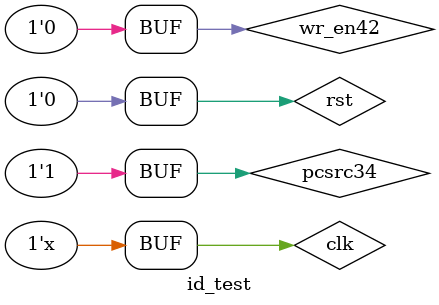
<source format=v>
`timescale 1ns / 1ps


module id_test();
reg  clk,rst,pcsrc34,wr_en42;
wire wr_en12,regdst12,pcsrc12,memtoreg12,mem_read12,memwrite12,alusrc12,jump12,wr_en23,
regdst23,pcsrc23,memtoreg23,mem_read23,memwrite23,alusrc23,jump23;
wire [31:0]instr41;
wire [31:0]instr12,addp4out12,signext_out12;
wire [31:0]pc_count,pc_in,addp4out41,add_out34,read_data112,read_data212,write_data42;
wire [4:0]write_reg42;
wire [31:0] addp4out23,read_data123,read_data223,signext_out23,instr23;
wire [1:0]aluop23,aluop12;

program_counter t1(pc_count,pc_in,clk,rst);
adder_plus4 t2(addp4out41,pc_count);
mux_2x1 t3(pc_in,addp4out41,,pcsrc34);
instruction_memory t4(instr41,pc_count);
dflipflop12 t5(instr12[31:0],addp4out12,instr41[31:0],addp4out41,clk);

reg_bank t6(read_data112,read_data212,instr12[25:21],instr12[20:16],write_data42,write_reg42,clk,wr_en42);

sign_extension t7(instr12[15:0],signext_out12);

controller t8(wr_en12,regdst12,pcsrc12,aluop12[1:0],memtoreg12,mem_read12,memwrite12,alusrc12,jump12,instr12);

dflipflop23 t9(addp4out23,read_data123,read_data223,signext_out23,instr23[5:0],instr23[20:16],instr23[15:11],

               wr_en23,regdst23,pcsrc23,memtoreg23,mem_read23,memwrite23,alusrc23,aluop23[1:0],jump23,
               
               addp4out12,read_data112,read_data212,signext_out12,instr12[5:0],instr12[20:16],instr12[15:11],
               
               wr_en12,regdst12,pcsrc12,memtoreg12,mem_read12,memwrite12,alusrc12,aluop12[1:0],jump12,clk);
               
               initial
begin 
clk=1'b0;rst=1'b1;pcsrc34=1'b1;wr_en42=1'b0;
#5 rst=1'b0;
end
always #5 clk=~clk;
endmodule

</source>
